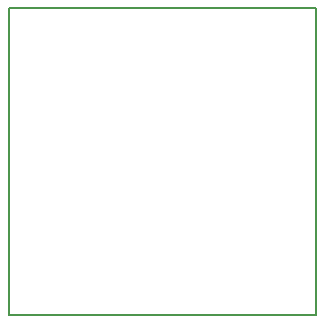
<source format=gbp>
G04 (created by PCBNEW (2013-mar-13)-testing) date Wed 05 Jun 2013 12:42:06 PM WEST*
%MOIN*%
G04 Gerber Fmt 3.4, Leading zero omitted, Abs format*
%FSLAX34Y34*%
G01*
G70*
G90*
G04 APERTURE LIST*
%ADD10C,0.005906*%
G04 APERTURE END LIST*
G54D10*
X56692Y-29133D02*
X66929Y-29133D01*
X56692Y-39370D02*
X56692Y-29133D01*
X66929Y-39370D02*
X56692Y-39370D01*
X66929Y-39370D02*
X66929Y-29133D01*
M02*

</source>
